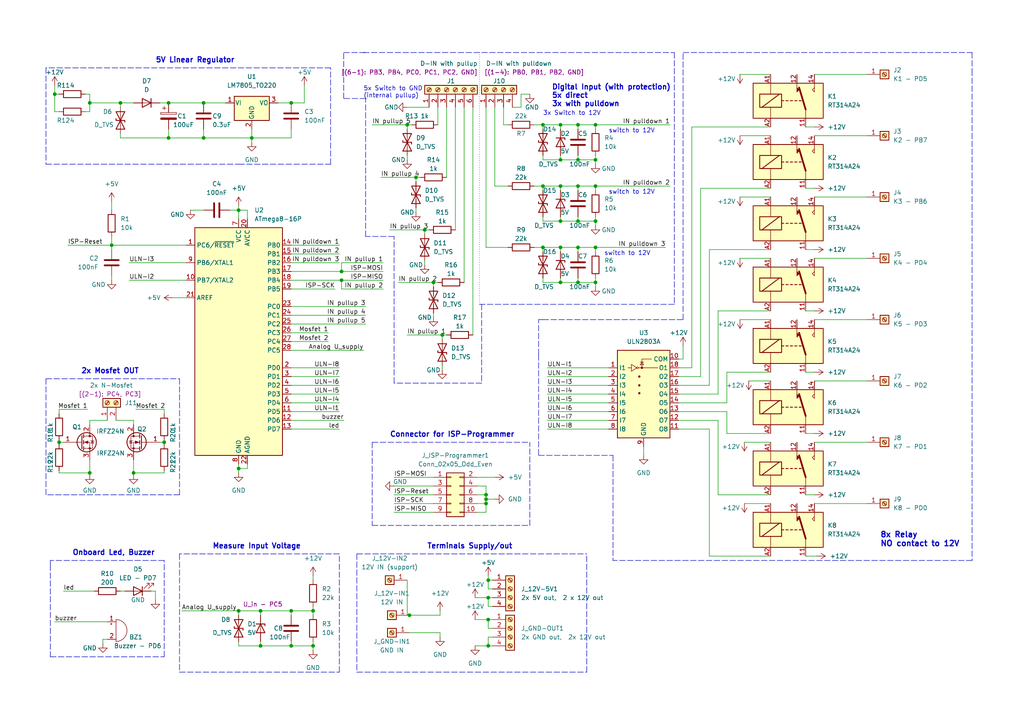
<source format=kicad_sch>
(kicad_sch (version 20211123) (generator eeschema)
  (paper "A4")
  (junction (at 167.64 36.195))
  (junction (at 99.06 78.74))
  (junction (at 167.64 46.355))
  (junction (at 141.605 173.355))
  (junction (at 73.025 40.005))
  (junction (at 172.72 36.195))
  (junction (at 172.72 64.135))
  (junction (at 162.56 81.915))
  (junction (at 118.745 178.435))
  (junction (at 172.72 81.915))
  (junction (at 84.455 29.845))
  (junction (at 118.11 36.195))
  (junction (at 128.27 97.155))
  (junction (at 84.455 187.325))
  (junction (at 38.735 137.16))
  (junction (at 90.805 187.325))
  (junction (at 157.48 53.975))
  (junction (at 167.64 64.135))
  (junction (at 140.97 146.05))
  (junction (at 17.145 128.27))
  (junction (at 75.565 177.165))
  (junction (at 162.56 46.355))
  (junction (at 47.625 128.27))
  (junction (at 26.035 29.845))
  (junction (at 162.56 53.975))
  (junction (at 162.56 36.195))
  (junction (at 120.65 51.435))
  (junction (at 84.455 177.165))
  (junction (at 172.72 71.755))
  (junction (at 15.875 27.305))
  (junction (at 59.055 29.845))
  (junction (at 69.215 177.165))
  (junction (at 157.48 36.195))
  (junction (at 172.72 53.975))
  (junction (at 157.48 71.755))
  (junction (at 141.605 187.325))
  (junction (at 162.56 64.135))
  (junction (at 75.565 187.325))
  (junction (at 125.73 81.915))
  (junction (at 167.64 71.755))
  (junction (at 48.895 40.005))
  (junction (at 90.805 177.165))
  (junction (at 172.72 46.355))
  (junction (at 162.56 71.755))
  (junction (at 34.925 29.845))
  (junction (at 59.055 40.005))
  (junction (at 140.97 143.51))
  (junction (at 69.215 135.89))
  (junction (at 48.895 29.845))
  (junction (at 141.605 168.275))
  (junction (at 99.06 81.28))
  (junction (at 167.64 53.975))
  (junction (at 167.64 81.915))
  (junction (at 140.97 144.78))
  (junction (at 32.385 71.12))
  (junction (at 123.19 66.675))
  (junction (at 69.215 60.96))
  (junction (at 141.605 179.705))
  (junction (at 26.035 137.16))
  (wire (pts (xy 157.48 53.975) (xy 162.56 53.975)))
  (wire (pts (xy 88.265 29.845) (xy 84.455 29.845)))
  (wire (pts (xy 90.805 177.165) (xy 90.805 178.435)))
  (wire (pts (xy 84.455 88.9) (xy 106.045 88.9)))
  (wire (pts (xy 233.68 36.83) (xy 236.22 36.83)))
  (wire (pts (xy 172.72 36.195) (xy 172.72 37.465)))
  (wire (pts (xy 34.925 38.735) (xy 34.925 40.005)))
  (wire (pts (xy 162.56 71.755) (xy 167.64 71.755)))
  (wire (pts (xy 167.64 71.755) (xy 172.72 71.755)))
  (wire (pts (xy 127.635 183.515) (xy 127.635 184.785)))
  (wire (pts (xy 123.19 67.945) (xy 123.19 66.675)))
  (wire (pts (xy 34.925 40.005) (xy 48.895 40.005)))
  (wire (pts (xy 37.465 81.28) (xy 53.975 81.28)))
  (wire (pts (xy 47.625 128.27) (xy 46.355 128.27)))
  (wire (pts (xy 55.245 60.96) (xy 59.055 60.96)))
  (wire (pts (xy 32.385 58.42) (xy 32.385 60.96)))
  (wire (pts (xy 47.625 136.525) (xy 47.625 137.16)))
  (polyline (pts (xy 13.335 143.51) (xy 13.335 109.855)))
  (polyline (pts (xy 114.3 111.125) (xy 114.3 83.185)))
  (wire (pts (xy 142.875 187.325) (xy 141.605 187.325)))
  (wire (pts (xy 141.605 170.815) (xy 141.605 168.275)))
  (wire (pts (xy 200.66 106.68) (xy 200.66 36.83)))
  (polyline (pts (xy 31.115 109.855) (xy 52.07 109.855)))
  (wire (pts (xy 214.63 74.93) (xy 223.52 74.93)))
  (wire (pts (xy 84.455 96.52) (xy 95.25 96.52)))
  (wire (pts (xy 172.72 53.975) (xy 172.72 55.245)))
  (wire (pts (xy 217.17 110.49) (xy 223.52 110.49)))
  (wire (pts (xy 162.56 64.135) (xy 167.64 64.135)))
  (wire (pts (xy 29.845 185.42) (xy 31.115 185.42)))
  (wire (pts (xy 140.97 140.97) (xy 140.97 143.51)))
  (wire (pts (xy 99.06 81.28) (xy 99.06 83.82)))
  (wire (pts (xy 140.97 144.78) (xy 140.97 143.51)))
  (wire (pts (xy 214.63 39.37) (xy 223.52 39.37)))
  (wire (pts (xy 158.75 114.3) (xy 176.53 114.3)))
  (wire (pts (xy 236.22 110.49) (xy 251.46 110.49)))
  (wire (pts (xy 84.455 83.82) (xy 97.155 83.82)))
  (wire (pts (xy 233.68 90.17) (xy 236.22 90.17)))
  (wire (pts (xy 59.055 40.005) (xy 73.025 40.005)))
  (wire (pts (xy 205.74 161.29) (xy 223.52 161.29)))
  (polyline (pts (xy 156.21 102.87) (xy 156.21 132.08)))
  (wire (pts (xy 43.815 171.45) (xy 45.085 171.45)))
  (wire (pts (xy 203.2 54.61) (xy 223.52 54.61)))
  (wire (pts (xy 167.64 71.755) (xy 167.64 73.025)))
  (wire (pts (xy 162.56 46.355) (xy 167.64 46.355)))
  (wire (pts (xy 32.385 80.01) (xy 32.385 81.28)))
  (polyline (pts (xy 198.12 15.24) (xy 281.94 15.24)))
  (wire (pts (xy 140.97 146.05) (xy 140.97 144.78)))
  (wire (pts (xy 236.22 74.93) (xy 251.46 74.93)))
  (wire (pts (xy 75.565 186.055) (xy 75.565 187.325)))
  (wire (pts (xy 143.51 53.975) (xy 147.32 53.975)))
  (wire (pts (xy 214.63 57.15) (xy 223.52 57.15)))
  (wire (pts (xy 114.3 138.43) (xy 125.73 138.43)))
  (polyline (pts (xy 99.695 15.24) (xy 106.045 15.24)))
  (wire (pts (xy 120.65 52.705) (xy 120.65 51.435)))
  (wire (pts (xy 17.145 136.525) (xy 17.145 137.16)))
  (wire (pts (xy 26.035 32.385) (xy 26.035 29.845)))
  (wire (pts (xy 120.65 60.325) (xy 120.65 61.595)))
  (wire (pts (xy 157.48 36.195) (xy 157.48 37.465)))
  (wire (pts (xy 162.56 81.915) (xy 167.64 81.915)))
  (wire (pts (xy 141.605 184.785) (xy 142.875 184.785)))
  (wire (pts (xy 24.765 32.385) (xy 26.035 32.385)))
  (wire (pts (xy 140.97 148.59) (xy 140.97 146.05)))
  (wire (pts (xy 48.895 29.845) (xy 59.055 29.845)))
  (wire (pts (xy 186.69 129.54) (xy 186.69 132.08)))
  (wire (pts (xy 157.48 81.915) (xy 162.56 81.915)))
  (wire (pts (xy 140.97 144.78) (xy 143.51 144.78)))
  (wire (pts (xy 167.64 64.135) (xy 172.72 64.135)))
  (wire (pts (xy 26.035 133.35) (xy 26.035 137.16)))
  (wire (pts (xy 84.455 114.3) (xy 98.425 114.3)))
  (wire (pts (xy 71.755 63.5) (xy 71.755 60.96)))
  (wire (pts (xy 196.85 106.68) (xy 200.66 106.68)))
  (wire (pts (xy 154.94 53.975) (xy 157.48 53.975)))
  (wire (pts (xy 84.455 37.465) (xy 84.455 40.005)))
  (polyline (pts (xy 156.21 92.71) (xy 157.48 92.71)))
  (wire (pts (xy 138.43 146.05) (xy 140.97 146.05)))
  (wire (pts (xy 48.895 37.465) (xy 48.895 40.005)))
  (polyline (pts (xy 281.94 162.56) (xy 177.8 162.56)))
  (polyline (pts (xy 98.425 194.945) (xy 98.425 160.655)))
  (wire (pts (xy 38.735 133.35) (xy 38.735 137.16)))
  (polyline (pts (xy 114.3 83.185) (xy 114.3 68.58)))
  (wire (pts (xy 138.43 140.97) (xy 140.97 140.97)))
  (wire (pts (xy 15.875 27.305) (xy 17.145 27.305)))
  (wire (pts (xy 162.56 64.135) (xy 162.56 62.865)))
  (wire (pts (xy 141.605 173.355) (xy 137.795 173.355)))
  (polyline (pts (xy 52.07 109.855) (xy 52.07 143.51)))
  (polyline (pts (xy 195.58 15.24) (xy 195.58 22.225)))
  (polyline (pts (xy 13.335 47.625) (xy 69.215 47.625)))
  (wire (pts (xy 167.64 81.915) (xy 167.64 80.645)))
  (wire (pts (xy 73.025 40.005) (xy 84.455 40.005)))
  (wire (pts (xy 99.06 81.28) (xy 111.125 81.28)))
  (wire (pts (xy 52.705 177.165) (xy 69.215 177.165)))
  (wire (pts (xy 50.165 86.36) (xy 53.975 86.36)))
  (wire (pts (xy 84.455 111.76) (xy 98.425 111.76)))
  (wire (pts (xy 69.215 187.325) (xy 75.565 187.325)))
  (polyline (pts (xy 14.605 162.56) (xy 14.605 163.83)))
  (wire (pts (xy 118.11 36.195) (xy 119.38 36.195)))
  (polyline (pts (xy 281.94 15.24) (xy 281.94 20.32)))
  (wire (pts (xy 162.56 71.755) (xy 162.56 73.025)))
  (wire (pts (xy 107.95 36.195) (xy 118.11 36.195)))
  (wire (pts (xy 26.035 123.19) (xy 26.035 121.92)))
  (wire (pts (xy 146.05 31.115) (xy 146.05 36.195)))
  (wire (pts (xy 47.625 137.16) (xy 38.735 137.16)))
  (wire (pts (xy 215.9 128.27) (xy 223.52 128.27)))
  (wire (pts (xy 208.28 143.51) (xy 223.52 143.51)))
  (polyline (pts (xy 114.3 68.58) (xy 106.045 68.58)))
  (polyline (pts (xy 14.605 190.5) (xy 47.625 190.5)))
  (wire (pts (xy 157.48 80.645) (xy 157.48 81.915)))
  (wire (pts (xy 84.455 71.12) (xy 98.425 71.12)))
  (wire (pts (xy 167.64 81.915) (xy 172.72 81.915)))
  (wire (pts (xy 158.75 111.76) (xy 176.53 111.76)))
  (wire (pts (xy 99.06 76.2) (xy 99.06 78.74)))
  (wire (pts (xy 205.74 111.76) (xy 205.74 72.39)))
  (wire (pts (xy 158.75 124.46) (xy 176.53 124.46)))
  (wire (pts (xy 138.43 148.59) (xy 140.97 148.59)))
  (wire (pts (xy 172.72 53.975) (xy 194.31 53.975)))
  (wire (pts (xy 84.455 81.28) (xy 99.06 81.28)))
  (wire (pts (xy 125.73 83.185) (xy 125.73 81.915)))
  (wire (pts (xy 69.215 177.165) (xy 75.565 177.165)))
  (wire (pts (xy 125.73 81.915) (xy 127 81.915)))
  (wire (pts (xy 196.85 109.22) (xy 203.2 109.22)))
  (polyline (pts (xy 153.67 152.4) (xy 153.67 128.27)))
  (wire (pts (xy 45.085 171.45) (xy 45.085 173.99)))
  (wire (pts (xy 172.72 71.755) (xy 193.04 71.755)))
  (wire (pts (xy 84.455 76.2) (xy 98.425 76.2)))
  (wire (pts (xy 138.43 138.43) (xy 143.51 138.43)))
  (wire (pts (xy 214.63 21.59) (xy 223.52 21.59)))
  (wire (pts (xy 18.415 171.45) (xy 27.305 171.45)))
  (wire (pts (xy 84.455 78.74) (xy 99.06 78.74)))
  (polyline (pts (xy 139.065 15.24) (xy 139.065 88.265)) (stroke (width 0) (type dot)))
  (wire (pts (xy 17.145 127.635) (xy 17.145 128.27)))
  (wire (pts (xy 88.265 24.765) (xy 88.265 29.845)))
  (wire (pts (xy 151.13 31.115) (xy 148.59 31.115)))
  (wire (pts (xy 208.28 90.17) (xy 208.28 114.3)))
  (wire (pts (xy 158.75 109.22) (xy 176.53 109.22)))
  (wire (pts (xy 59.055 37.465) (xy 59.055 40.005)))
  (wire (pts (xy 172.72 36.195) (xy 194.31 36.195)))
  (wire (pts (xy 167.64 46.355) (xy 167.64 45.085)))
  (wire (pts (xy 99.06 78.74) (xy 111.125 78.74)))
  (wire (pts (xy 162.56 36.195) (xy 167.64 36.195)))
  (wire (pts (xy 214.63 92.71) (xy 223.52 92.71)))
  (wire (pts (xy 198.12 100.33) (xy 198.12 104.14)))
  (wire (pts (xy 110.49 51.435) (xy 120.65 51.435)))
  (wire (pts (xy 141.605 179.705) (xy 141.605 182.245)))
  (polyline (pts (xy 107.95 152.4) (xy 153.67 152.4)))
  (polyline (pts (xy 105.41 15.24) (xy 195.58 15.24)))
  (wire (pts (xy 236.22 128.27) (xy 251.46 128.27)))
  (wire (pts (xy 69.215 60.96) (xy 69.215 63.5)))
  (wire (pts (xy 233.68 125.73) (xy 236.22 125.73)))
  (polyline (pts (xy 107.95 128.27) (xy 107.95 152.4)))
  (wire (pts (xy 26.035 137.16) (xy 26.035 137.795)))
  (wire (pts (xy 138.43 143.51) (xy 140.97 143.51)))
  (wire (pts (xy 141.605 168.275) (xy 142.875 168.275)))
  (wire (pts (xy 32.385 71.12) (xy 53.975 71.12)))
  (wire (pts (xy 158.75 106.68) (xy 176.53 106.68)))
  (polyline (pts (xy 103.505 160.655) (xy 170.18 160.655)))
  (wire (pts (xy 114.3 140.97) (xy 125.73 140.97)))
  (wire (pts (xy 69.215 186.055) (xy 69.215 187.325)))
  (wire (pts (xy 90.805 187.325) (xy 90.805 188.595)))
  (wire (pts (xy 236.22 57.15) (xy 251.46 57.15)))
  (wire (pts (xy 39.37 118.745) (xy 47.625 118.745)))
  (wire (pts (xy 118.11 178.435) (xy 118.745 178.435)))
  (wire (pts (xy 167.64 46.355) (xy 172.72 46.355)))
  (polyline (pts (xy 157.48 92.71) (xy 198.12 92.71)))
  (polyline (pts (xy 195.58 88.265) (xy 139.7 88.265)))
  (wire (pts (xy 154.94 36.195) (xy 157.48 36.195)))
  (wire (pts (xy 137.795 187.325) (xy 141.605 187.325)))
  (polyline (pts (xy 95.885 19.685) (xy 13.335 19.685)))
  (wire (pts (xy 90.805 186.055) (xy 90.805 187.325)))
  (wire (pts (xy 47.625 118.745) (xy 47.625 120.015)))
  (polyline (pts (xy 139.7 88.265) (xy 139.7 111.125)))
  (wire (pts (xy 71.755 134.62) (xy 71.755 135.89)))
  (polyline (pts (xy 103.505 160.655) (xy 103.505 194.945)))
  (wire (pts (xy 47.625 128.27) (xy 47.625 128.905)))
  (polyline (pts (xy 156.21 132.08) (xy 177.8 132.08)))
  (wire (pts (xy 141.605 173.355) (xy 142.875 173.355)))
  (wire (pts (xy 157.48 36.195) (xy 162.56 36.195)))
  (wire (pts (xy 196.85 124.46) (xy 205.74 124.46)))
  (wire (pts (xy 115.57 81.915) (xy 125.73 81.915)))
  (polyline (pts (xy 52.07 160.655) (xy 52.07 194.945)))
  (wire (pts (xy 84.455 93.98) (xy 106.045 93.98)))
  (wire (pts (xy 90.805 167.005) (xy 90.805 168.275)))
  (wire (pts (xy 84.455 187.325) (xy 90.805 187.325)))
  (polyline (pts (xy 90.805 194.945) (xy 98.425 194.945)))
  (wire (pts (xy 84.455 73.66) (xy 98.425 73.66)))
  (wire (pts (xy 46.355 29.845) (xy 48.895 29.845)))
  (wire (pts (xy 172.72 47.625) (xy 172.72 46.355)))
  (polyline (pts (xy 14.605 163.83) (xy 14.605 190.5)))
  (wire (pts (xy 17.145 137.16) (xy 26.035 137.16)))
  (wire (pts (xy 196.85 114.3) (xy 208.28 114.3)))
  (wire (pts (xy 233.68 107.95) (xy 236.22 107.95)))
  (wire (pts (xy 172.72 83.185) (xy 172.72 81.915)))
  (wire (pts (xy 123.19 75.565) (xy 123.19 76.835)))
  (polyline (pts (xy 170.18 194.945) (xy 170.18 160.655)))
  (wire (pts (xy 157.48 46.355) (xy 162.56 46.355)))
  (wire (pts (xy 32.385 68.58) (xy 32.385 71.12)))
  (wire (pts (xy 162.56 53.975) (xy 162.56 55.245)))
  (wire (pts (xy 69.215 177.165) (xy 69.215 178.435)))
  (wire (pts (xy 66.675 60.96) (xy 69.215 60.96)))
  (wire (pts (xy 59.055 29.845) (xy 65.405 29.845)))
  (wire (pts (xy 84.455 121.92) (xy 99.695 121.92)))
  (wire (pts (xy 37.465 76.2) (xy 53.975 76.2)))
  (polyline (pts (xy 139.065 88.265) (xy 139.7 88.265)))
  (wire (pts (xy 200.66 36.83) (xy 223.52 36.83)))
  (wire (pts (xy 210.82 125.73) (xy 223.52 125.73)))
  (wire (pts (xy 210.82 116.84) (xy 210.82 107.95)))
  (wire (pts (xy 196.85 121.92) (xy 208.28 121.92)))
  (wire (pts (xy 140.97 31.115) (xy 140.97 71.755)))
  (wire (pts (xy 167.64 53.975) (xy 167.64 55.245)))
  (wire (pts (xy 134.62 31.115) (xy 134.62 81.915)))
  (wire (pts (xy 162.56 36.195) (xy 162.56 37.465)))
  (wire (pts (xy 157.48 62.865) (xy 157.48 64.135)))
  (wire (pts (xy 84.455 91.44) (xy 106.045 91.44)))
  (wire (pts (xy 38.735 123.19) (xy 38.735 121.92)))
  (wire (pts (xy 118.11 45.085) (xy 118.11 46.355)))
  (wire (pts (xy 172.72 64.135) (xy 172.72 62.865)))
  (wire (pts (xy 128.27 97.155) (xy 129.54 97.155)))
  (wire (pts (xy 141.605 187.325) (xy 141.605 184.785)))
  (wire (pts (xy 15.875 27.305) (xy 15.875 32.385)))
  (wire (pts (xy 15.875 180.34) (xy 31.115 180.34)))
  (wire (pts (xy 84.455 109.22) (xy 98.425 109.22)))
  (polyline (pts (xy 99.695 28.575) (xy 99.695 15.24)))
  (wire (pts (xy 143.51 31.115) (xy 143.51 53.975)))
  (polyline (pts (xy 52.07 194.945) (xy 90.805 194.945)))
  (wire (pts (xy 69.215 59.69) (xy 69.215 60.96)))
  (wire (pts (xy 71.755 60.96) (xy 69.215 60.96)))
  (wire (pts (xy 172.72 65.405) (xy 172.72 64.135)))
  (wire (pts (xy 17.145 32.385) (xy 15.875 32.385)))
  (polyline (pts (xy 103.505 194.945) (xy 170.18 194.945)))
  (wire (pts (xy 113.03 66.675) (xy 123.19 66.675)))
  (wire (pts (xy 137.16 31.115) (xy 137.16 97.155)))
  (wire (pts (xy 15.875 24.765) (xy 15.875 27.305)))
  (wire (pts (xy 167.64 36.195) (xy 172.72 36.195)))
  (wire (pts (xy 99.06 83.82) (xy 111.125 83.82)))
  (polyline (pts (xy 69.215 47.625) (xy 95.885 47.625)))
  (wire (pts (xy 129.54 31.115) (xy 129.54 51.435)))
  (wire (pts (xy 153.67 27.305) (xy 151.13 27.305)))
  (wire (pts (xy 75.565 187.325) (xy 84.455 187.325)))
  (wire (pts (xy 172.72 71.755) (xy 172.72 73.025)))
  (wire (pts (xy 140.97 71.755) (xy 147.32 71.755)))
  (polyline (pts (xy 13.335 109.855) (xy 31.115 109.855)))
  (wire (pts (xy 17.145 128.27) (xy 17.145 128.905)))
  (wire (pts (xy 80.645 29.845) (xy 84.455 29.845)))
  (wire (pts (xy 17.145 118.745) (xy 17.145 120.015)))
  (wire (pts (xy 205.74 72.39) (xy 223.52 72.39)))
  (polyline (pts (xy 52.07 143.51) (xy 13.335 143.51)))
  (wire (pts (xy 208.28 90.17) (xy 223.52 90.17)))
  (polyline (pts (xy 156.21 102.87) (xy 156.21 92.71)))
  (wire (pts (xy 157.48 46.355) (xy 157.48 45.085)))
  (wire (pts (xy 73.025 37.465) (xy 73.025 40.005)))
  (wire (pts (xy 172.72 46.355) (xy 172.72 45.085)))
  (wire (pts (xy 146.05 36.195) (xy 147.32 36.195)))
  (wire (pts (xy 123.19 66.675) (xy 124.46 66.675)))
  (wire (pts (xy 151.13 27.305) (xy 151.13 31.115)))
  (wire (pts (xy 73.025 40.005) (xy 73.025 41.275)))
  (wire (pts (xy 128.27 106.045) (xy 128.27 107.315)))
  (wire (pts (xy 34.925 29.845) (xy 38.735 29.845)))
  (wire (pts (xy 157.48 53.975) (xy 157.48 55.245)))
  (wire (pts (xy 132.08 31.115) (xy 132.08 66.675)))
  (wire (pts (xy 236.22 146.05) (xy 251.46 146.05)))
  (wire (pts (xy 141.605 167.005) (xy 141.605 168.275)))
  (polyline (pts (xy 139.7 111.125) (xy 114.3 111.125)))
  (wire (pts (xy 114.3 146.05) (xy 125.73 146.05)))
  (wire (pts (xy 75.565 177.165) (xy 84.455 177.165)))
  (wire (pts (xy 84.455 101.6) (xy 105.41 101.6)))
  (wire (pts (xy 38.735 121.92) (xy 33.655 121.92)))
  (wire (pts (xy 142.875 170.815) (xy 141.605 170.815)))
  (wire (pts (xy 84.455 177.165) (xy 90.805 177.165)))
  (wire (pts (xy 69.215 134.62) (xy 69.215 135.89)))
  (wire (pts (xy 17.145 128.27) (xy 18.415 128.27)))
  (wire (pts (xy 118.11 168.275) (xy 118.11 178.435)))
  (wire (pts (xy 48.895 40.005) (xy 59.055 40.005)))
  (wire (pts (xy 233.68 161.29) (xy 236.855 161.29)))
  (wire (pts (xy 236.22 21.59) (xy 251.46 21.59)))
  (wire (pts (xy 69.215 135.89) (xy 69.215 137.16)))
  (wire (pts (xy 210.82 119.38) (xy 210.82 125.73)))
  (wire (pts (xy 118.11 97.155) (xy 128.27 97.155)))
  (wire (pts (xy 84.455 177.165) (xy 84.455 178.435)))
  (wire (pts (xy 208.28 121.92) (xy 208.28 143.51)))
  (wire (pts (xy 233.68 54.61) (xy 236.22 54.61)))
  (wire (pts (xy 162.56 81.915) (xy 162.56 80.645)))
  (wire (pts (xy 24.765 27.305) (xy 26.035 27.305)))
  (wire (pts (xy 162.56 46.355) (xy 162.56 45.085)))
  (wire (pts (xy 84.455 106.68) (xy 98.425 106.68)))
  (wire (pts (xy 233.68 143.51) (xy 236.22 143.51)))
  (wire (pts (xy 236.22 92.71) (xy 251.46 92.71)))
  (wire (pts (xy 196.85 116.84) (xy 210.82 116.84)))
  (polyline (pts (xy 198.12 92.71) (xy 198.12 15.24)))
  (wire (pts (xy 128.27 98.425) (xy 128.27 97.155)))
  (wire (pts (xy 233.68 72.39) (xy 236.22 72.39)))
  (wire (pts (xy 172.72 81.915) (xy 172.72 80.645)))
  (wire (pts (xy 142.875 179.705) (xy 141.605 179.705)))
  (wire (pts (xy 198.12 104.14) (xy 196.85 104.14)))
  (wire (pts (xy 196.85 111.76) (xy 205.74 111.76)))
  (wire (pts (xy 118.11 37.465) (xy 118.11 36.195)))
  (wire (pts (xy 157.48 71.755) (xy 162.56 71.755)))
  (wire (pts (xy 26.035 29.845) (xy 34.925 29.845)))
  (wire (pts (xy 167.64 53.975) (xy 172.72 53.975)))
  (wire (pts (xy 125.73 90.805) (xy 125.73 92.075)))
  (wire (pts (xy 25.4 118.745) (xy 17.145 118.745)))
  (wire (pts (xy 127.635 178.435) (xy 127.635 177.165)))
  (wire (pts (xy 19.685 71.12) (xy 32.385 71.12)))
  (wire (pts (xy 29.845 186.69) (xy 29.845 185.42)))
  (polyline (pts (xy 107.95 128.27) (xy 153.67 128.27)))
  (wire (pts (xy 75.565 177.165) (xy 75.565 178.435)))
  (wire (pts (xy 162.56 53.975) (xy 167.64 53.975)))
  (polyline (pts (xy 95.885 47.625) (xy 95.885 19.685)))
  (wire (pts (xy 142.875 175.895) (xy 141.605 175.895)))
  (wire (pts (xy 154.94 71.755) (xy 157.48 71.755)))
  (wire (pts (xy 32.385 71.12) (xy 32.385 72.39)))
  (wire (pts (xy 34.925 29.845) (xy 34.925 31.115)))
  (polyline (pts (xy 106.045 68.58) (xy 106.045 28.575)))
  (wire (pts (xy 158.75 116.84) (xy 176.53 116.84)))
  (wire (pts (xy 47.625 127.635) (xy 47.625 128.27)))
  (wire (pts (xy 158.75 119.38) (xy 176.53 119.38)))
  (wire (pts (xy 84.455 186.055) (xy 84.455 187.325)))
  (polyline (pts (xy 106.045 28.575) (xy 99.695 28.575)))
  (wire (pts (xy 203.2 109.22) (xy 203.2 54.61)))
  (wire (pts (xy 114.3 148.59) (xy 125.73 148.59)))
  (wire (pts (xy 84.455 99.06) (xy 95.25 99.06)))
  (polyline (pts (xy 177.8 132.08) (xy 177.8 162.56)))
  (wire (pts (xy 127 31.115) (xy 127 36.195)))
  (polyline (pts (xy 13.335 19.685) (xy 13.335 47.625)))
  (wire (pts (xy 84.455 119.38) (xy 98.425 119.38)))
  (wire (pts (xy 84.455 124.46) (xy 98.425 124.46)))
  (wire (pts (xy 118.745 178.435) (xy 127.635 178.435)))
  (wire (pts (xy 205.74 124.46) (xy 205.74 161.29)))
  (wire (pts (xy 157.48 71.755) (xy 157.48 73.025)))
  (polyline (pts (xy 98.425 160.655) (xy 52.07 160.655)))
  (wire (pts (xy 236.22 39.37) (xy 251.46 39.37)))
  (wire (pts (xy 118.745 183.515) (xy 127.635 183.515)))
  (wire (pts (xy 141.605 175.895) (xy 141.605 173.355)))
  (wire (pts (xy 120.65 51.435) (xy 121.92 51.435)))
  (wire (pts (xy 157.48 64.135) (xy 162.56 64.135)))
  (wire (pts (xy 167.64 64.135) (xy 167.64 62.865)))
  (polyline (pts (xy 47.625 162.56) (xy 14.605 162.56)))
  (wire (pts (xy 111.125 76.2) (xy 99.06 76.2)))
  (wire (pts (xy 215.9 146.05) (xy 223.52 146.05)))
  (wire (pts (xy 118.11 31.115) (xy 124.46 31.115)))
  (wire (pts (xy 84.455 116.84) (xy 98.425 116.84)))
  (wire (pts (xy 137.795 179.705) (xy 141.605 179.705)))
  (wire (pts (xy 38.735 137.16) (xy 38.735 137.795)))
  (wire (pts (xy 114.3 143.51) (xy 125.73 143.51)))
  (wire (pts (xy 26.035 121.92) (xy 31.115 121.92)))
  (wire (pts (xy 34.925 171.45) (xy 36.195 171.45)))
  (wire (pts (xy 196.85 119.38) (xy 210.82 119.38)))
  (polyline (pts (xy 281.94 20.32) (xy 281.94 162.56)))
  (wire (pts (xy 90.805 175.895) (xy 90.805 177.165)))
  (wire (pts (xy 210.82 107.95) (xy 223.52 107.95)))
  (polyline (pts (xy 47.625 190.5) (xy 47.625 162.56)))
  (wire (pts (xy 141.605 182.245) (xy 142.875 182.245)))
  (wire (pts (xy 167.64 36.195) (xy 167.64 37.465)))
  (wire (pts (xy 71.755 135.89) (xy 69.215 135.89)))
  (wire (pts (xy 26.035 27.305) (xy 26.035 29.845)))
  (wire (pts (xy 158.75 121.92) (xy 176.53 121.92)))
  (polyline (pts (xy 195.58 22.225) (xy 195.58 88.265)))
  (text "switch to 12V" (at 176.53 56.515 0) (effects (font (size 1.27 1.27)) (justify left bottom)))
  (text "Measure Input Voltage" (at 61.595 159.385 0) (effects (font (size 1.5 1.5) bold) (justify left bottom)))
  (text "switch to 12V" (at 176.53 38.735 0) (effects (font (size 1.27 1.27)) (justify left bottom)))
  (text "5x Switch to GND\n(internal pullup)\n" (at 105.41 28.575 0) (effects (font (size 1.27 1.27)) (justify left bottom)))
  (text "Onboard Led, Buzzer" (at 20.955 161.29 0) (effects (font (size 1.5 1.5) (thickness 0.3) bold) (justify left bottom)))
  (text "Terminals Supply/out" (at 123.825 159.385 0) (effects (font (size 1.5 1.5) (thickness 0.3) bold) (justify left bottom)))
  (text "Digital Input (with protection)\n5x direct\n3x with pulldown" (at 160.02 31.115 0) (effects (font (size 1.5 1.5) bold) (justify left bottom)))
  (text "switch to 12V" (at 175.26 74.295 0) (effects (font (size 1.27 1.27)) (justify left bottom)))
  (text "8x Relay\nNO contact to 12V" (at 255.27 158.75 0) (effects (font (size 1.6 1.6) bold) (justify left bottom)))
  (text "5V Linear Regulator" (at 45.085 18.415 0) (effects (font (size 1.5 1.5) bold) (justify left bottom)))
  (text "3x Switch to 12V" (at 157.48 33.655 0) (effects (font (size 1.27 1.27)) (justify left bottom)))
  (text "2x Mosfet OUT" (at 23.495 108.585 0) (effects (font (size 1.5 1.5) bold) (justify left bottom)))
  (text "Connector for ISP-Programmer" (at 113.03 127 0) (effects (font (size 1.5 1.5) (thickness 0.3) bold) (justify left bottom)))
  (label "ULN-I7" (at 158.75 121.92 0))
  (label "ISP-MOSI" (at 111.125 78.74 180))
  (label "ISP-Reset" (at 19.685 71.12 0))
  (label "Mosfet 1" (at 25.4 118.745 180))
  (label "IN pullup 2" (at 111.125 83.82 180))
  (label "Mosfet 1" (at 95.25 96.52 180))
  (label "ISP-MISO" (at 114.3 148.59 0))
  (label "ULN-I6" (at 158.75 119.38 0))
  (label "IN pullup 5" (at 106.045 93.98 180))
  (label "IN pullup 4" (at 110.49 51.435 0))
  (label "ULN-I6" (at 98.425 111.76 180))
  (label "ISP-MISO" (at 111.125 81.28 180))
  (label "ISP-SCK" (at 114.3 146.05 0))
  (label "IN pulldown 3" (at 193.04 71.755 180))
  (label "IN pullup 1" (at 111.125 76.2 180))
  (label "ULN-I7" (at 98.425 109.22 180))
  (label "led" (at 18.415 171.45 0))
  (label "ULN-I5" (at 158.75 116.84 0))
  (label "IN pullup 3" (at 106.045 88.9 180))
  (label "ULN-I1" (at 98.425 119.38 180))
  (label "Analog U_supply" (at 105.41 101.6 180))
  (label "IN pulldown 2" (at 194.31 53.975 180))
  (label "ULN-I1" (at 158.75 106.68 0))
  (label "led" (at 98.425 124.46 180))
  (label "ULN-I2" (at 37.465 81.28 0))
  (label "IN pulldown 1" (at 194.31 36.195 180))
  (label "IN pullup 1" (at 118.11 97.155 0))
  (label "Mosfet 2" (at 39.37 118.745 0))
  (label "ISP-Reset" (at 114.3 143.51 0))
  (label "Analog U_supply" (at 52.705 177.165 0))
  (label "IN pullup 3" (at 113.03 66.675 0))
  (label "IN pullup 5" (at 107.95 36.195 0))
  (label "ULN-I3" (at 37.465 76.2 0))
  (label "ISP-SCK" (at 97.155 83.82 180))
  (label "IN pullup 4" (at 106.045 91.44 180))
  (label "buzzer" (at 15.875 180.34 0))
  (label "Mosfet 2" (at 95.25 99.06 180))
  (label "buzzer" (at 99.695 121.92 180))
  (label "ULN-I8" (at 98.425 106.68 180))
  (label "ISP-MOSI" (at 114.3 138.43 0))
  (label "IN pulldown 1" (at 98.425 71.12 180))
  (label "ULN-I5" (at 98.425 114.3 180))
  (label "ULN-I3" (at 158.75 111.76 0))
  (label "ULN-I2" (at 158.75 109.22 0))
  (label "IN pulldown 3" (at 98.425 76.2 180))
  (label "IN pullup 2" (at 115.57 81.915 0))
  (label "ULN-I4" (at 98.425 116.84 180))
  (label "ULN-I8" (at 158.75 124.46 0))
  (label "IN pulldown 2" (at 98.425 73.66 180))
  (label "ULN-I4" (at 158.75 114.3 0))
  (symbol (lib_id "power:GND") (at 118.11 31.115 270) (unit 1)
    (property "Reference" "#PWR0147" (effects hide))
    (property "Value" "GND" (at 115.57 31.115 90) (effects (justify right)))
  )
  (symbol (lib_id "Device:D_TVS") (at 34.925 34.925 270) (unit 1)
    (property "Reference" "D6" (at 29.845 32.385 90) (effects (justify left)))
    (property "Value" "D_TVS" (at 27.305 36.195 90) (effects (justify left)))
    (property "Footprint" "custom_footprints:my_D10_11" (effects hide))
  )
  (symbol (lib_id "power:GND") (at 29.845 186.69 0) (unit 1)
    (property "Reference" "#PWR0132" (effects hide))
    (property "Value" "GND" (at 26.035 187.96 0))
  )
  (symbol (lib_id "Connector:Screw_Terminal_01x01") (at 256.54 57.15 0) (unit 1)
    (property "Reference" "J4" (at 259.08 55.8799 0) (effects (justify left)))
    (property "Value" "K3 - PB6" (at 259.08 58.4199 0) (effects (justify left)))
    (property "Footprint" "custom_footprints:my_KlemmeWago2604-single" (effects hide))
  )
  (symbol (lib_id "Device:R") (at 32.385 64.77 0) (mirror y) (unit 1)
    (property "Reference" "R1" (at 34.925 63.4999 0) (effects (justify right)))
    (property "Value" "10k" (at 34.925 66.0399 0) (effects (justify right)))
    (property "Footprint" "custom_footprints:my_R15-long" (effects hide))
  )
  (symbol (lib_id "power:+5V") (at 143.51 138.43 270) (unit 1)
    (property "Reference" "#PWR0122" (effects hide))
    (property "Value" "+5V" (at 147.32 138.4299 90) (effects (justify left)))
  )
  (symbol (lib_id "Transistor_FET:IRF540N") (at 41.275 128.27 0) (mirror y) (unit 1)
    (property "Reference" "Q2" (at 42.545 124.46 0) (effects (justify left)))
    (property "Value" "IRFZ24N" (at 36.195 131.445 0) (effects (justify left)))
    (property "Footprint" "Package_TO_SOT_THT:TO-220-3_Vertical" (effects hide))
    (property "Datasheet" "http://www.irf.com/product-info/datasheets/data/irf540n.pdf" (effects hide))
  )
  (symbol (lib_id "Device:D_Zener") (at 162.56 41.275 270) (unit 1)
    (property "Reference" "D2" (at 162.56 38.735 90) (effects (justify left)))
    (property "Value" "5V" (at 162.56 43.815 90) (effects (justify left)))
    (property "Footprint" "custom_footprints:my_D10_11" (effects hide))
  )
  (symbol (lib_id "power:+12V") (at 214.63 74.93 0) (mirror x) (unit 1)
    (property "Reference" "#PWR0108" (effects hide))
    (property "Value" "+12V" (at 213.36 76.2 0) (effects (justify right)))
  )
  (symbol (lib_id "power:GND") (at 128.27 107.315 0) (mirror y) (unit 1)
    (property "Reference" "#PWR0145" (effects hide))
    (property "Value" "GND" (at 125.73 107.315 0))
  )
  (symbol (lib_id "Connector:Screw_Terminal_01x01") (at 256.54 128.27 0) (unit 1)
    (property "Reference" "J8" (at 259.08 126.9999 0) (effects (justify left)))
    (property "Value" "K7 - PD1" (at 259.08 129.5399 0) (effects (justify left)))
    (property "Footprint" "custom_footprints:my_KlemmeWago2604-single" (effects hide))
  )
  (symbol (lib_id "Connector:Screw_Terminal_01x04") (at 147.955 182.245 0) (unit 1)
    (property "Reference" "J_GND-OUT1" (at 151.13 182.2449 0) (effects (justify left)))
    (property "Value" "2x GND out,  2x 12V out" (at 151.13 184.7849 0) (effects (justify left)))
    (property "Footprint" "TerminalBlock_WAGO:TerminalBlock_WAGO_236-404_1x04_P5.00mm_45Degree" (effects hide))
  )
  (symbol (lib_id "power:GND") (at 153.67 27.305 0) (unit 1)
    (property "Reference" "#PWR0148" (effects hide))
    (property "Value" "GND" (at 154.305 31.115 0))
  )
  (symbol (lib_id "Device:LED") (at 40.005 171.45 180) (unit 1)
    (property "Reference" "D5" (at 40.005 165.1 0))
    (property "Value" "LED - PD7" (at 40.005 167.64 0))
    (property "Footprint" "LED_THT:LED_D3.0mm" (effects hide))
  )
  (symbol (lib_id "Device:R") (at 151.13 71.755 90) (unit 1)
    (property "Reference" "R9" (at 151.13 66.675 90))
    (property "Value" "22k" (at 151.13 69.215 90))
    (property "Footprint" "custom_footprints:my_R10" (effects hide))
  )
  (symbol (lib_id "Device:D_TVS") (at 123.19 71.755 90) (unit 1)
    (property "Reference" "D11" (at 125.73 70.4849 90) (effects (justify right)))
    (property "Value" "D_TVS" (at 125.73 73.0249 90) (effects (justify right)))
    (property "Footprint" "custom_footprints:my_D10_11" (effects hide))
  )
  (symbol (lib_id "power:GND") (at 172.72 83.185 0) (mirror y) (unit 1)
    (property "Reference" "#PWR0115" (effects hide))
    (property "Value" "GND" (at 176.53 84.455 0))
  )
  (symbol (lib_id "Device:R") (at 151.13 53.975 90) (unit 1)
    (property "Reference" "R8" (at 151.13 48.895 90))
    (property "Value" "22k" (at 151.13 51.435 90))
    (property "Footprint" "custom_footprints:my_R10" (effects hide))
  )
  (symbol (lib_id "power:+12V") (at 236.22 54.61 270) (unit 1)
    (property "Reference" "#PWR0118" (effects hide))
    (property "Value" "+12V" (at 240.03 54.6099 90) (effects (justify left)))
  )
  (symbol (lib_id "power:GND") (at 123.19 76.835 0) (mirror y) (unit 1)
    (property "Reference" "#PWR0128" (effects hide))
    (property "Value" "GND" (at 120.65 76.835 0))
  )
  (symbol (lib_id "Transistor_FET:IRF540N") (at 23.495 128.27 0) (unit 1)
    (property "Reference" "Q1" (at 20.955 123.825 0) (effects (justify left)))
    (property "Value" "IRFZ24N" (at 27.94 125.095 0) (effects (justify left)))
    (property "Footprint" "Package_TO_SOT_THT:TO-220-3_Vertical" (effects hide))
    (property "Datasheet" "http://www.irf.com/product-info/datasheets/data/irf540n.pdf" (effects hide))
  )
  (symbol (lib_id "Relay:RT314A24") (at 228.6 46.99 0) (unit 1)
    (property "Reference" "K2" (at 240.03 45.7199 0) (effects (justify left)))
    (property "Value" "RT314A24" (at 240.03 48.2599 0) (effects (justify left)))
    (property "Footprint" "Relay_THT:Relay_SPDT_Schrack-RT1-16A-FormC_RM5mm" (effects hide))
    (property "Datasheet" "https://www.te.com/commerce/DocumentDelivery/DDEController?Action=srchrtrv&DocNm=RT1_bistable&DocType=DS&DocLang=English" (effects hide))
  )
  (symbol (lib_id "Device:R") (at 31.115 171.45 90) (unit 1)
    (property "Reference" "R10" (at 31.115 166.37 90))
    (property "Value" "200" (at 31.115 168.91 90))
    (property "Footprint" "custom_footprints:my_R10" (effects hide))
  )
  (symbol (lib_id "Connector:Screw_Terminal_01x01") (at 113.03 168.275 180) (unit 1)
    (property "Reference" "J_12V-IN2" (at 113.03 161.925 0))
    (property "Value" "12V IN (support)" (at 113.03 164.465 0))
    (property "Footprint" "custom_footprints:my_KlemmeWago2604-single" (effects hide))
  )
  (symbol (lib_id "power:+12V") (at 236.22 143.51 270) (unit 1)
    (property "Reference" "#PWR0103" (effects hide))
    (property "Value" "+12V" (at 240.03 143.5099 90) (effects (justify left)))
  )
  (symbol (lib_id "power:GND") (at 55.245 60.96 0) (unit 1)
    (property "Reference" "#PWR0127" (effects hide))
    (property "Value" "GND" (at 51.435 62.23 0))
  )
  (symbol (lib_id "Device:Buzzer") (at 33.655 182.88 0) (unit 1)
    (property "Reference" "BZ1" (at 37.465 184.785 0) (effects (justify left)))
    (property "Value" "Buzzer - PD6" (at 33.02 187.325 0) (effects (justify left)))
    (property "Footprint" "Buzzer_Beeper:Buzzer_12x9.5RM7.6" (effects hide))
  )
  (symbol (lib_id "Relay:RT314A24") (at 228.6 29.21 0) (unit 1)
    (property "Reference" "K1" (at 240.03 27.9399 0) (effects (justify left)))
    (property "Value" "RT314A24" (at 240.03 30.4799 0) (effects (justify left)))
    (property "Footprint" "Relay_THT:Relay_SPDT_Schrack-RT1-16A-FormC_RM5mm" (effects hide))
    (property "Datasheet" "https://www.te.com/commerce/DocumentDelivery/DDEController?Action=srchrtrv&DocNm=RT1_bistable&DocType=DS&DocLang=English" (effects hide))
  )
  (symbol (lib_id "power:GND") (at 137.795 187.325 0) (unit 1)
    (property "Reference" "#PWR0140" (effects hide))
    (property "Value" "GND" (at 137.795 192.405 0))
  )
  (symbol (lib_id "Relay:RT314A24") (at 228.6 153.67 0) (unit 1)
    (property "Reference" "K8" (at 240.03 152.3999 0) (effects (justify left)))
    (property "Value" "RT314A24" (at 240.03 154.9399 0) (effects (justify left)))
    (property "Footprint" "Relay_THT:Relay_SPDT_Schrack-RT1-16A-FormC_RM5mm" (effects hide))
    (property "Datasheet" "https://www.te.com/commerce/DocumentDelivery/DDEController?Action=srchrtrv&DocNm=RT1_bistable&DocType=DS&DocLang=English" (effects hide))
  )
  (symbol (lib_id "power:+12V") (at 137.795 173.355 0) (unit 1)
    (property "Reference" "#PWR0143" (effects hide))
    (property "Value" "+12V" (at 137.795 169.545 0))
  )
  (symbol (lib_id "Device:D_Zener") (at 162.56 59.055 270) (unit 1)
    (property "Reference" "D3" (at 162.56 56.515 90) (effects (justify left)))
    (property "Value" "5V" (at 162.56 61.595 90) (effects (justify left)))
    (property "Footprint" "custom_footprints:my_D10_11" (effects hide))
  )
  (symbol (lib_id "power:+5V") (at 69.215 59.69 0) (unit 1)
    (property "Reference" "#PWR0133" (effects hide))
    (property "Value" "+5V" (at 69.215 54.61 0))
  )
  (symbol (lib_id "Device:R") (at 47.625 132.715 0) (mirror y) (unit 1)
    (property "Reference" "R21" (at 50.165 135.255 90))
    (property "Value" "22k" (at 50.165 132.715 90))
    (property "Footprint" "custom_footprints:my_R10" (effects hide))
  )
  (symbol (lib_id "Device:D_Zener") (at 162.56 76.835 270) (unit 1)
    (property "Reference" "D4" (at 162.56 74.295 90) (effects (justify left)))
    (property "Value" "5V" (at 162.56 79.375 90) (effects (justify left)))
    (property "Footprint" "custom_footprints:my_D10_11" (effects hide))
  )
  (symbol (lib_id "power:GND") (at 172.72 47.625 0) (mirror y) (unit 1)
    (property "Reference" "#PWR0116" (effects hide))
    (property "Value" "GND" (at 176.53 48.895 0))
  )
  (symbol (lib_id "Connector:Screw_Terminal_01x01") (at 113.665 178.435 180) (unit 1)
    (property "Reference" "J_12V-IN1" (at 113.665 172.085 0))
    (property "Value" "12V IN" (at 113.665 174.625 0))
    (property "Footprint" "custom_footprints:my_KlemmeWago2604-single" (effects hide))
  )
  (symbol (lib_id "Connector:Screw_Terminal_01x01") (at 256.54 74.93 0) (unit 1)
    (property "Reference" "J5" (at 259.08 73.6599 0) (effects (justify left)))
    (property "Value" "K4 - PD4" (at 259.08 76.1999 0) (effects (justify left)))
    (property "Footprint" "custom_footprints:my_KlemmeWago2604-single" (effects hide))
  )
  (symbol (lib_id "power:GND") (at 32.385 81.28 0) (unit 1)
    (property "Reference" "#PWR0138" (effects hide))
    (property "Value" "GND" (at 28.575 82.55 0))
  )
  (symbol (lib_id "Relay:RT314A24") (at 228.6 135.89 0) (unit 1)
    (property "Reference" "K7" (at 240.03 134.6199 0) (effects (justify left)))
    (property "Value" "RT314A24" (at 240.03 137.1599 0) (effects (justify left)))
    (property "Footprint" "Relay_THT:Relay_SPDT_Schrack-RT1-16A-FormC_RM5mm" (effects hide))
    (property "Datasheet" "https://www.te.com/commerce/DocumentDelivery/DDEController?Action=srchrtrv&DocNm=RT1_bistable&DocType=DS&DocLang=English" (effects hide))
  )
  (symbol (lib_id "power:+12V") (at 236.22 90.17 270) (unit 1)
    (property "Reference" "#PWR0120" (effects hide))
    (property "Value" "+12V" (at 240.03 90.1699 90) (effects (justify left)))
  )
  (symbol (lib_id "Connector:Screw_Terminal_01x01") (at 113.665 183.515 180) (unit 1)
    (property "Reference" "J_GND-IN1" (at 113.665 186.055 0))
    (property "Value" "GND IN" (at 113.665 188.595 0))
    (property "Footprint" "custom_footprints:my_KlemmeWago2604-single" (effects hide))
  )
  (symbol (lib_id "Device:R") (at 20.955 32.385 270) (unit 1)
    (property "Reference" "R12" (at 18.415 34.925 90))
    (property "Value" "4" (at 20.955 34.925 90))
    (property "Footprint" "custom_footprints:my_R10" (effects hide))
  )
  (symbol (lib_id "Device:D_TVS") (at 69.215 182.245 270) (unit 1)
    (property "Reference" "D8" (at 64.135 179.705 90) (effects (justify left)))
    (property "Value" "D_TVS" (at 61.595 183.515 90) (effects (justify left)))
    (property "Footprint" "custom_footprints:my_D10_11" (effects hide))
    (property "Desc" "U_in - PC5" (at 76.2 175.26 90))
  )
  (symbol (lib_id "power:+12V") (at 215.9 128.27 0) (mirror x) (unit 1)
    (property "Reference" "#PWR0104" (effects hide))
    (property "Value" "+12V" (at 214.63 129.54 0) (effects (justify right)))
  )
  (symbol (lib_id "power:+12V") (at 214.63 92.71 0) (mirror x) (unit 1)
    (property "Reference" "#PWR0109" (effects hide))
    (property "Value" "+12V" (at 213.36 93.98 0) (effects (justify right)))
  )
  (symbol (lib_id "power:+12V") (at 214.63 57.15 0) (mirror x) (unit 1)
    (property "Reference" "#PWR0111" (effects hide))
    (property "Value" "+12V" (at 213.36 58.42 0) (effects (justify right)))
  )
  (symbol (lib_id "power:GND") (at 69.215 137.16 0) (unit 1)
    (property "Reference" "#PWR0121" (effects hide))
    (property "Value" "GND" (at 69.215 142.24 0))
  )
  (symbol (lib_id "power:+12V") (at 217.17 110.49 0) (mirror x) (unit 1)
    (property "Reference" "#PWR0102" (effects hide))
    (property "Value" "+12V" (at 215.9 111.76 0) (effects (justify right)))
  )
  (symbol (lib_id "power:GND") (at 38.735 137.795 0) (mirror y) (unit 1)
    (property "Reference" "#PWR0150" (effects hide))
    (property "Value" "GND" (at 38.735 142.24 0))
  )
  (symbol (lib_id "Device:C") (at 62.865 60.96 90) (unit 1)
    (property "Reference" "C4" (at 62.865 53.34 90))
    (property "Value" "100nF" (at 62.865 55.88 90))
    (property "Footprint" "Capacitor_THT:C_Rect_L7.0mm_W3.5mm_P5.00mm" (effects hide))
  )
  (symbol (lib_id "power:+5V") (at 88.265 24.765 0) (unit 1)
    (property "Reference" "#PWR0130" (effects hide))
    (property "Value" "+5V" (at 88.265 20.955 0))
  )
  (symbol (lib_id "Device:C") (at 84.455 33.655 0) (unit 1)
    (property "Reference" "C3" (at 88.265 32.3849 0) (effects (justify left)))
    (property "Value" "100nF" (at 88.265 34.9249 0) (effects (justify left)))
    (property "Footprint" "Capacitor_THT:C_Rect_L7.0mm_W3.5mm_P5.00mm" (effects hide))
  )
  (symbol (lib_id "power:GND") (at 90.805 188.595 0) (unit 1)
    (property "Reference" "#PWR0135" (effects hide))
    (property "Value" "GND" (at 90.805 193.675 0))
  )
  (symbol (lib_id "power:+12V") (at 215.9 146.05 0) (mirror x) (unit 1)
    (property "Reference" "#PWR0107" (effects hide))
    (property "Value" "+12V" (at 214.63 147.32 0) (effects (justify right)))
  )
  (symbol (lib_id "Device:D_Zener") (at 75.565 182.245 270) (unit 1)
    (property "Reference" "D1" (at 71.755 180.975 90) (effects (justify left)))
    (property "Value" "5V" (at 71.755 183.515 90) (effects (justify left)))
    (property "Footprint" "custom_footprints:my_D10_11" (effects hide))
  )
  (symbol (lib_id "power:+12V") (at 90.805 167.005 0) (unit 1)
    (property "Reference" "#PWR0134" (effects hide))
    (property "Value" "+12V" (at 90.805 161.925 0))
  )
  (symbol (lib_id "power:+12V") (at 198.12 100.33 0) (unit 1)
    (property "Reference" "#PWR0113" (effects hide))
    (property "Value" "+12V" (at 196.85 96.52 0))
  )
  (symbol (lib_id "MCU_Microchip_ATmega:ATmega8-16P") (at 69.215 99.06 0) (unit 1)
    (property "Reference" "U2" (at 73.7744 60.96 0) (effects (justify left)))
    (property "Value" "ATmega8-16P" (at 73.7744 63.5 0) (effects (justify left)))
    (property "Footprint" "Package_DIP:DIP-28_W7.62mm" (effects hide))
    (property "Datasheet" "http://ww1.microchip.com/downloads/en/DeviceDoc/atmel-2486-8-bit-avr-microcontroller-atmega8_l_datasheet.pdf" (effects hide))
  )
  (symbol (lib_id "Device:R") (at 47.625 123.825 0) (mirror y) (unit 1)
    (property "Reference" "R20" (at 50.165 126.365 90))
    (property "Value" "1k" (at 50.165 123.825 90))
    (property "Footprint" "custom_footprints:my_R10" (effects hide))
  )
  (symbol (lib_id "power:GND") (at 118.11 46.355 0) (mirror y) (unit 1)
    (property "Reference" "#PWR0144" (effects hide))
    (property "Value" "GND" (at 115.57 46.355 0))
  )
  (symbol (lib_id "power:+12V") (at 236.22 72.39 270) (unit 1)
    (property "Reference" "#PWR0119" (effects hide))
    (property "Value" "+12V" (at 240.03 72.3899 90) (effects (justify left)))
  )
  (symbol (lib_id "power:GND") (at 125.73 92.075 0) (mirror y) (unit 1)
    (property "Reference" "#PWR0146" (effects hide))
    (property "Value" "GND" (at 123.19 92.075 0))
  )
  (symbol (lib_id "Connector:Screw_Terminal_01x02") (at 31.115 116.84 90) (unit 1)
    (property "Reference" "J11" (at 36.195 116.84 90) (effects (justify right)))
    (property "Value" "2x N-Mosfet" (at 26.035 111.76 90) (effects (justify right)))
    (property "Footprint" "TerminalBlock_WAGO:TerminalBlock_WAGO_236-402_1x02_P5.00mm_45Degree" (effects hide))
    (property "Desc" "[(2-1): PC4, PC3] " (at 32.385 114.3 90))
  )
  (symbol (lib_id "Device:R") (at 151.13 36.195 90) (unit 1)
    (property "Reference" "R7" (at 151.13 38.735 90))
    (property "Value" "22k" (at 151.13 33.655 90))
    (property "Footprint" "custom_footprints:my_R10" (effects hide))
  )
  (symbol (lib_id "Device:C") (at 59.055 33.655 0) (unit 1)
    (property "Reference" "C9" (at 61.595 33.655 0) (effects (justify left)))
    (property "Value" "0.3uF" (at 61.595 36.195 0) (effects (justify left)))
    (property "Footprint" "Capacitor_THT:C_Rect_L7.0mm_W3.5mm_P5.00mm" (effects hide))
  )
  (symbol (lib_id "power:GND") (at 143.51 144.78 90) (unit 1)
    (property "Reference" "#PWR0124" (effects hide))
    (property "Value" "GND" (at 147.32 144.7799 90) (effects (justify right)))
  )
  (symbol (lib_id "Device:D") (at 42.545 29.845 180) (unit 1)
    (property "Reference" "D7" (at 42.545 23.495 0))
    (property "Value" "D" (at 42.545 26.035 0))
    (property "Footprint" "custom_footprints:my_D10_11" (effects hide))
  )
  (symbol (lib_id "Connector:Screw_Terminal_01x01") (at 256.54 146.05 0) (unit 1)
    (property "Reference" "J9" (at 259.08 144.7799 0) (effects (justify left)))
    (property "Value" "K8 - PD0" (at 259.08 147.3199 0) (effects (justify left)))
    (property "Footprint" "custom_footprints:my_KlemmeWago2604-single" (effects hide))
  )
  (symbol (lib_id "power:GND") (at 186.69 132.08 0) (unit 1)
    (property "Reference" "#PWR0101" (effects hide))
    (property "Value" "GND" (at 186.69 137.16 0))
  )
  (symbol (lib_id "Device:R") (at 17.145 123.825 0) (unit 1)
    (property "Reference" "R18" (at 14.605 126.365 90))
    (property "Value" "1k" (at 14.605 123.825 90))
    (property "Footprint" "custom_footprints:my_R10" (effects hide))
  )
  (symbol (lib_id "power:+5V") (at 50.165 86.36 90) (mirror x) (unit 1)
    (property "Reference" "#PWR0136" (effects hide))
    (property "Value" "+5V" (at 42.545 86.36 90) (effects (justify right)))
  )
  (symbol (lib_id "Relay:RT314A24") (at 228.6 82.55 0) (unit 1)
    (property "Reference" "K4" (at 240.03 81.2799 0) (effects (justify left)))
    (property "Value" "RT314A24" (at 240.03 83.8199 0) (effects (justify left)))
    (property "Footprint" "Relay_THT:Relay_SPDT_Schrack-RT1-16A-FormC_RM5mm" (effects hide))
    (property "Datasheet" "https://www.te.com/commerce/DocumentDelivery/DDEController?Action=srchrtrv&DocNm=RT1_bistable&DocType=DS&DocLang=English" (effects hide))
  )
  (symbol (lib_id "Device:D_TVS") (at 157.48 76.835 90) (unit 1)
    (property "Reference" "D16" (at 157.48 73.025 90) (effects (justify right)))
    (property "Value" "D_TVS" (at 154.94 83.185 90) (effects (justify right)))
    (property "Footprint" "custom_footprints:my_D10_11" (effects hide))
  )
  (symbol (lib_id "Connector:Screw_Terminal_01x01") (at 256.54 21.59 0) (unit 1)
    (property "Reference" "J2" (at 259.08 20.3199 0) (effects (justify left)))
    (property "Value" "K1 - PD5" (at 259.08 22.8599 0) (effects (justify left)))
    (property "Footprint" "custom_footprints:my_KlemmeWago2604-single" (effects hide))
  )
  (symbol (lib_id "Device:R") (at 90.805 182.245 0) (unit 1)
    (property "Reference" "R3" (at 93.345 180.9749 0) (effects (justify left)))
    (property "Value" "10k" (at 93.345 183.5149 0) (effects (justify left)))
    (property "Footprint" "custom_footprints:my_R10" (effects hide))
  )
  (symbol (lib_id "Device:R") (at 172.72 59.055 0) (unit 1)
    (property "Reference" "R5" (at 175.26 57.7849 0) (effects (justify left)))
    (property "Value" "10k" (at 175.26 60.3249 0) (effects (justify left)))
    (property "Footprint" "custom_footprints:my_R10" (effects hide))
  )
  (symbol (lib_id "Device:D_TVS") (at 118.11 41.275 90) (unit 1)
    (property "Reference" "D9" (at 120.65 40.0049 90) (effects (justify right)))
    (property "Value" "D_TVS" (at 120.65 42.5449 90) (effects (justify right)))
    (property "Footprint" "custom_footprints:my_D10_11" (effects hide))
  )
  (symbol (lib_id "Device:R") (at 123.19 36.195 90) (unit 1)
    (property "Reference" "R13" (at 119.38 33.655 90))
    (property "Value" "1k" (at 123.19 33.655 90))
    (property "Footprint" "custom_footprints:my_R10" (effects hide))
  )
  (symbol (lib_id "Connector:Screw_Terminal_01x04") (at 147.955 170.815 0) (unit 1)
    (property "Reference" "J_12V-5V1" (at 151.13 170.8149 0) (effects (justify left)))
    (property "Value" "2x 5V out,  2 x 12V out" (at 151.13 173.3549 0) (effects (justify left)))
    (property "Footprint" "TerminalBlock_WAGO:TerminalBlock_WAGO_236-404_1x04_P5.00mm_45Degree" (effects hide))
  )
  (symbol (lib_id "power:+5V") (at 32.385 58.42 0) (unit 1)
    (property "Reference" "#PWR0126" (effects hide))
    (property "Value" "+5V" (at 32.385 53.34 0))
  )
  (symbol (lib_id "Device:R") (at 128.27 66.675 90) (unit 1)
    (property "Reference" "R15" (at 128.27 61.595 90))
    (property "Value" "1k" (at 128.27 64.135 90))
    (property "Footprint" "custom_footprints:my_R10" (effects hide))
  )
  (symbol (lib_id "Relay:RT314A24") (at 228.6 64.77 0) (unit 1)
    (property "Reference" "K3" (at 240.03 63.4999 0) (effects (justify left)))
    (property "Value" "RT314A24" (at 240.03 66.0399 0) (effects (justify left)))
    (property "Footprint" "Relay_THT:Relay_SPDT_Schrack-RT1-16A-FormC_RM5mm" (effects hide))
    (property "Datasheet" "https://www.te.com/commerce/DocumentDelivery/DDEController?Action=srchrtrv&DocNm=RT1_bistable&DocType=DS&DocLang=English" (effects hide))
  )
  (symbol (lib_id "Connector:Screw_Terminal_01x01") (at 256.54 110.49 0) (unit 1)
    (property "Reference" "J7" (at 259.08 109.2199 0) (effects (justify left)))
    (property "Value" "K6 - PD2" (at 259.08 111.7599 0) (effects (justify left)))
    (property "Footprint" "custom_footprints:my_KlemmeWago2604-single" (effects hide))
  )
  (symbol (lib_id "power:+12V") (at 214.63 39.37 0) (mirror x) (unit 1)
    (property "Reference" "#PWR0110" (effects hide))
    (property "Value" "+12V" (at 213.36 40.64 0) (effects (justify right)))
  )
  (symbol (lib_id "power:GND") (at 172.72 65.405 0) (mirror y) (unit 1)
    (property "Reference" "#PWR0114" (effects hide))
    (property "Value" "GND" (at 176.53 66.675 0))
  )
  (symbol (lib_id "Device:D_TVS") (at 120.65 56.515 90) (unit 1)
    (property "Reference" "D10" (at 123.19 55.2449 90) (effects (justify right)))
    (property "Value" "D_TVS" (at 123.19 57.7849 90) (effects (justify right)))
    (property "Footprint" "custom_footprints:my_D10_11" (effects hide))
  )
  (symbol (lib_id "power:GND") (at 120.65 61.595 0) (mirror y) (unit 1)
    (property "Reference" "#PWR0131" (effects hide))
    (property "Value" "GND" (at 118.11 61.595 0))
  )
  (symbol (lib_id "Device:R") (at 172.72 41.275 0) (unit 1)
    (property "Reference" "R4" (at 175.26 40.0049 0) (effects (justify left)))
    (property "Value" "10k" (at 175.26 42.5449 0) (effects (justify left)))
    (property "Footprint" "custom_footprints:my_R10" (effects hide))
  )
  (symbol (lib_id "Connector_Generic:Conn_02x05_Odd_Even") (at 130.81 143.51 0) (unit 1)
    (property "Reference" "J_ISP-Programmer1" (at 132.08 132.08 0))
    (property "Value" "Conn_02x05_Odd_Even" (at 132.08 134.62 0))
    (property "Footprint" "custom_footprints:my_wannenstecker_2x5" (effects hide))
  )
  (symbol (lib_id "power:+12V") (at 236.22 36.83 270) (unit 1)
    (property "Reference" "#PWR0117" (effects hide))
    (property "Value" "+12V" (at 240.03 36.8299 90) (effects (justify left)))
  )
  (symbol (lib_id "Connector:Screw_Terminal_01x01") (at 256.54 39.37 0) (unit 1)
    (property "Reference" "J3" (at 259.08 38.0999 0) (effects (justify left)))
    (property "Value" "K2 - PB7" (at 259.08 40.6399 0) (effects (justify left)))
    (property "Footprint" "custom_footprints:my_KlemmeWago2604-single" (effects hide))
  )
  (symbol (lib_id "power:GND") (at 114.3 140.97 270) (unit 1)
    (property "Reference" "#PWR0123" (effects hide))
    (property "Value" "GND" (at 118.11 139.7 90) (effects (justify right)))
  )
  (symbol (lib_id "Device:D_TVS") (at 128.27 102.235 90) (unit 1)
    (property "Reference" "D13" (at 130.81 100.9649 90) (effects (justify right)))
    (property "Value" "D_TVS" (at 130.81 103.5049 90) (effects (justify right)))
    (property "Footprint" "custom_footprints:my_D10_11" (effects hide))
  )
  (symbol (lib_id "Device:R") (at 20.955 27.305 270) (unit 1)
    (property "Reference" "R11" (at 18.415 24.765 90))
    (property "Value" "4" (at 20.955 24.765 90))
    (property "Footprint" "custom_footprints:my_R10" (effects hide))
  )
  (symbol (lib_id "Transistor_Array:ULN2803A") (at 186.69 111.76 0) (unit 1)
    (property "Reference" "U3" (at 186.69 96.52 0))
    (property "Value" "ULN2803A" (at 186.69 99.06 0))
    (property "Footprint" "Package_DIP:DIP-18_W7.62mm_LongPads" (effects hide))
    (property "Datasheet" "http://www.ti.com/lit/ds/symlink/uln2803a.pdf" (effects hide))
  )
  (symbol (lib_id "power:+12V") (at 236.855 161.29 270) (unit 1)
    (property "Reference" "#PWR0151" (effects hide))
    (property "Value" "+12V" (at 240.665 161.2899 90) (effects (justify left)))
  )
  (symbol (lib_id "Device:R") (at 90.805 172.085 0) (unit 1)
    (property "Reference" "R2" (at 93.345 170.8149 0) (effects (justify left)))
    (property "Value" "22k" (at 93.345 173.3549 0) (effects (justify left)))
    (property "Footprint" "custom_footprints:my_R15-long" (effects hide))
  )
  (symbol (lib_id "Device:D_TVS") (at 157.48 41.275 90) (unit 1)
    (property "Reference" "D14" (at 157.48 37.465 90) (effects (justify right)))
    (property "Value" "D_TVS" (at 156.21 47.625 90) (effects (justify right)))
    (property "Footprint" "custom_footprints:my_D10_11" (effects hide))
  )
  (symbol (lib_id "Device:C") (at 167.64 41.275 0) (unit 1)
    (property "Reference" "C5" (at 167.64 38.735 0) (effects (justify left)))
    (property "Value" "100nF" (at 165.1 47.625 0) (effects (justify left)))
    (property "Footprint" "Capacitor_THT:C_Rect_L7.0mm_W3.5mm_P5.00mm" (effects hide))
  )
  (symbol (lib_id "Device:C") (at 32.385 76.2 0) (mirror x) (unit 1)
    (property "Reference" "C2" (at 28.575 74.9299 0) (effects (justify right)))
    (property "Value" "100nF" (at 28.575 77.4699 0) (effects (justify right)))
    (property "Footprint" "Capacitor_THT:C_Rect_L7.0mm_W3.5mm_P5.00mm" (effects hide))
  )
  (symbol (lib_id "power:GND") (at 127.635 184.785 0) (unit 1)
    (property "Reference" "#PWR0141" (effects hide))
    (property "Value" "GND" (at 127.635 189.865 0))
  )
  (symbol (lib_id "Device:C") (at 167.64 59.055 0) (unit 1)
    (property "Reference" "C6" (at 167.64 56.515 0) (effects (justify left)))
    (property "Value" "100nF" (at 165.1 65.405 0) (effects (justify left)))
    (property "Footprint" "Capacitor_THT:C_Rect_L7.0mm_W3.5mm_P5.00mm" (effects hide))
  )
  (symbol (lib_id "Relay:RT314A24") (at 228.6 100.33 0) (unit 1)
    (property "Reference" "K5" (at 240.03 99.0599 0) (effects (justify left)))
    (property "Value" "RT314A24" (at 240.03 101.5999 0) (effects (justify left)))
    (property "Footprint" "Relay_THT:Relay_SPDT_Schrack-RT1-16A-FormC_RM5mm" (effects hide))
    (property "Datasheet" "https://www.te.com/commerce/DocumentDelivery/DDEController?Action=srchrtrv&DocNm=RT1_bistable&DocType=DS&DocLang=English" (effects hide))
  )
  (symbol (lib_id "Device:R") (at 17.145 132.715 0) (unit 1)
    (property "Reference" "R19" (at 14.605 135.255 90))
    (property "Value" "22k" (at 14.605 132.715 90))
    (property "Footprint" "custom_footprints:my_R10" (effects hide))
  )
  (symbol (lib_id "power:+5V") (at 141.605 167.005 0) (unit 1)
    (property "Reference" "#PWR0142" (effects hide))
    (property "Value" "+5V" (at 141.605 163.195 0))
  )
  (symbol (lib_id "power:+12V") (at 236.22 125.73 270) (unit 1)
    (property "Reference" "#PWR0105" (effects hide))
    (property "Value" "+12V" (at 240.03 125.7299 90) (effects (justify left)))
  )
  (symbol (lib_id "Connector:Screw_Terminal_01x01") (at 256.54 92.71 0) (unit 1)
    (property "Reference" "J6" (at 259.08 91.4399 0) (effects (justify left)))
    (property "Value" "K5 - PD3" (at 259.08 93.9799 0) (effects (justify left)))
    (property "Footprint" "custom_footprints:my_KlemmeWago2604-single" (effects hide))
  )
  (symbol (lib_id "power:+12V") (at 15.875 24.765 0) (unit 1)
    (property "Reference" "#PWR0125" (effects hide))
    (property "Value" "+12V" (at 15.875 20.955 0))
  )
  (symbol (lib_id "Device:D_TVS") (at 125.73 86.995 90) (unit 1)
    (property "Reference" "D12" (at 128.27 85.7249 90) (effects (justify right)))
    (property "Value" "D_TVS" (at 128.27 88.2649 90) (effects (justify right)))
    (property "Footprint" "custom_footprints:my_D10_11" (effects hide))
  )
  (symbol (lib_id "power:+12V") (at 214.63 21.59 0) (mirror x) (unit 1)
    (property "Reference" "#PWR0112" (effects hide))
    (property "Value" "+12V" (at 213.36 22.86 0) (effects (justify right)))
  )
  (symbol (lib_id "Relay:RT314A24") (at 228.6 118.11 0) (unit 1)
    (property "Reference" "K6" (at 240.03 116.8399 0) (effects (justify left)))
    (property "Value" "RT314A24" (at 240.03 119.3799 0) (effects (justify left)))
    (property "Footprint" "Relay_THT:Relay_SPDT_Schrack-RT1-16A-FormC_RM5mm" (effects hide))
    (property "Datasheet" "https://www.te.com/commerce/DocumentDelivery/DDEController?Action=srchrtrv&DocNm=RT1_bistable&DocType=DS&DocLang=English" (effects hide))
  )
  (symbol (lib_id "Connector:Screw_Terminal_01x06") (at 129.54 26.035 90) (unit 1)
    (property "Reference" "J1" (at 130.81 23.495 90))
    (property "Value" "D-IN with pullup" (at 130.175 18.415 90))
    (property "Footprint" "TerminalBlock_WAGO:TerminalBlock_WAGO_236-406_1x06_P5.00mm_45Degree" (effects hide))
    (property "Desc" "[(6-1): PB3, PB4, PC0, PC1, PC2, GND]" (at 118.745 20.955 90))
  )
  (symbol (lib_id "power:+12V") (at 236.22 107.95 270) (unit 1)
    (property "Reference" "#PWR0106" (effects hide))
    (property "Value" "+12V" (at 240.03 107.9499 90) (effects (justify left)))
  )
  (symbol (lib_id "Device:R") (at 133.35 97.155 90) (unit 1)
    (property "Reference" "R17" (at 133.35 92.075 90))
    (property "Value" "1k" (at 133.35 94.615 90))
    (property "Footprint" "custom_footprints:my_R10" (effects hide))
  )
  (symbol (lib_id "power:+12V") (at 137.795 179.705 0) (unit 1)
    (property "Reference" "#PWR0152" (effects hide))
    (property "Value" "+12V" (at 137.795 175.895 0))
  )
  (symbol (lib_id "Device:C") (at 84.455 182.245 0) (unit 1)
    (property "Reference" "C8" (at 79.375 182.245 0) (effects (justify left)))
    (property "Value" "100nF" (at 78.105 184.785 0) (effects (justify left)))
    (property "Footprint" "Capacitor_THT:C_Rect_L7.0mm_W3.5mm_P5.00mm" (effects hide))
  )
  (symbol (lib_id "Connector:Screw_Terminal_01x04") (at 143.51 26.035 90) (unit 1)
    (property "Reference" "J10" (at 144.78 23.495 90))
    (property "Value" "D-IN with pulldown" (at 150.495 18.415 90))
    (property "Footprint" "TerminalBlock_WAGO:TerminalBlock_WAGO_236-404_1x04_P5.00mm_45Degree" (effects hide))
    (property "Desc" "[(1-4): PB0, PB1, PB2, GND]" (at 154.94 20.955 90))
  )
  (symbol (lib_id "power:+12V") (at 127.635 177.165 0) (unit 1)
    (property "Reference" "#PWR0139" (effects hide))
    (property "Value" "+12V" (at 127.635 172.085 0))
  )
  (symbol (lib_id "power:GND") (at 73.025 41.275 0) (unit 1)
    (property "Reference" "#PWR0129" (effects hide))
    (property "Value" "GND" (at 73.025 46.355 0))
  )
  (symbol (lib_id "Device:C") (at 167.64 76.835 0) (unit 1)
    (property "Reference" "C7" (at 167.64 74.295 0) (effects (justify left)))
    (property "Value" "100nF" (at 165.1 83.185 0) (effects (justify left)))
    (property "Footprint" "Capacitor_THT:C_Rect_L7.0mm_W3.5mm_P5.00mm" (effects hide))
  )
  (symbol (lib_id "Device:R") (at 130.81 81.915 90) (unit 1)
    (property "Reference" "R16" (at 130.81 76.835 90))
    (property "Value" "1k" (at 130.81 79.375 90))
    (property "Footprint" "custom_footprints:my_R10" (effects hide))
  )
  (symbol (lib_id "Device:R") (at 125.73 51.435 90) (unit 1)
    (property "Reference" "R14" (at 125.73 46.355 90))
    (property "Value" "1k" (at 125.73 48.895 90))
    (property "Footprint" "custom_footprints:my_R10" (effects hide))
  )
  (symbol (lib_id "Device:C_Polarized") (at 48.895 33.655 0) (unit 1)
    (property "Reference" "C1" (at 51.435 33.655 0) (effects (justify left)))
    (property "Value" "100uF" (at 50.165 36.195 0) (effects (justify left)))
    (property "Footprint" "Capacitor_THT:CP_Radial_Tantal_D10.5mm_P5.00mm" (effects hide))
  )
  (symbol (lib_id "Device:R") (at 172.72 76.835 0) (unit 1)
    (property "Reference" "R6" (at 175.26 75.5649 0) (effects (justify left)))
    (property "Value" "10k" (at 175.26 78.1049 0) (effects (justify left)))
    (property "Footprint" "custom_footprints:my_R10" (effects hide))
  )
  (symbol (lib_id "Device:D_TVS") (at 157.48 59.055 90) (unit 1)
    (property "Reference" "D15" (at 157.48 55.245 90) (effects (justify right)))
    (property "Value" "D_TVS" (at 154.94 65.405 90) (effects (justify right)))
    (property "Footprint" "custom_footprints:my_D10_11" (effects hide))
  )
  (symbol (lib_id "Regulator_Linear:LM7805_TO220") (at 73.025 29.845 0) (unit 1)
    (property "Reference" "U1" (at 73.025 22.225 0))
    (property "Value" "LM7805_TO220" (at 73.025 24.765 0))
    (property "Footprint" "Package_TO_SOT_THT:TO-220-3_Vertical" (effects hide))
    (property "Datasheet" "https://www.onsemi.cn/PowerSolutions/document/MC7800-D.PDF" (effects hide))
  )
  (symbol (lib_id "power:GND") (at 45.085 173.99 0) (unit 1)
    (property "Reference" "#PWR0137" (effects hide))
    (property "Value" "GND" (at 40.005 173.99 0))
  )
  (symbol (lib_id "power:GND") (at 26.035 137.795 0) (unit 1)
    (property "Reference" "#PWR0149" (effects hide))
    (property "Value" "GND" (at 26.035 142.24 0))
  )
)
</source>
